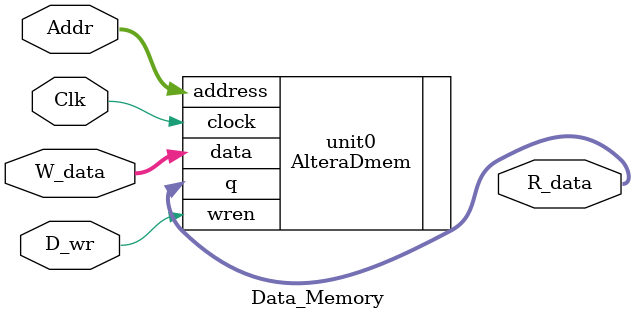
<source format=sv>



module Data_Memory(Clk, Addr, W_data, D_wr, R_data);
	input Clk, D_wr;
	input [15:0]W_data;
	output [15:0]R_data;
	
	input logic [7:0] Addr;
	
	AlteraDmem unit0(
	.address(Addr),
	.clock(Clk),
	.data(W_data),
	.wren(D_wr),
	.q(R_data));

//	always_ff@(posedge Clk) begin
//		if(Reset)
//			Addr <= 8'd0;
//		else if (Addr != 8'd255)
//			Addr <= Addr + 1'b1;
//		else
//			Addr <= 8'b0;
//			
//	end
	
	
endmodule



</source>
